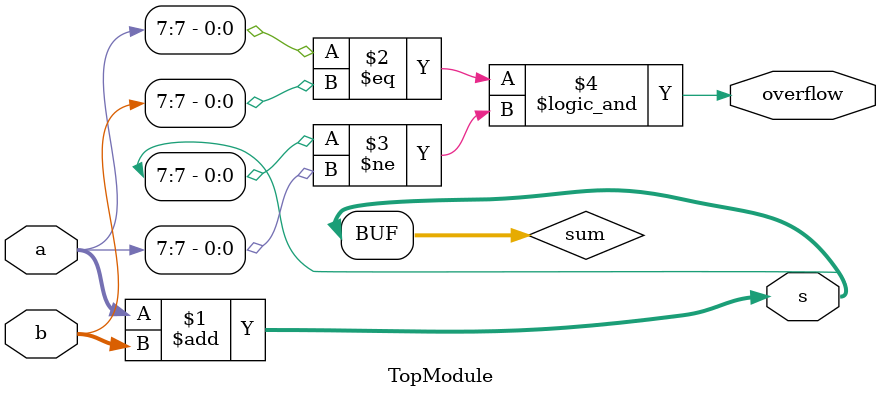
<source format=sv>
module TopModule (
    input signed [7:0] a,
    input signed [7:0] b,
    output signed [7:0] s,
    output overflow
);
    logic signed [7:0] sum;
    assign sum = a + b;
    assign s = sum;

    assign overflow = (a[7] == b[7]) && (s[7] != a[7]);

endmodule
</source>
